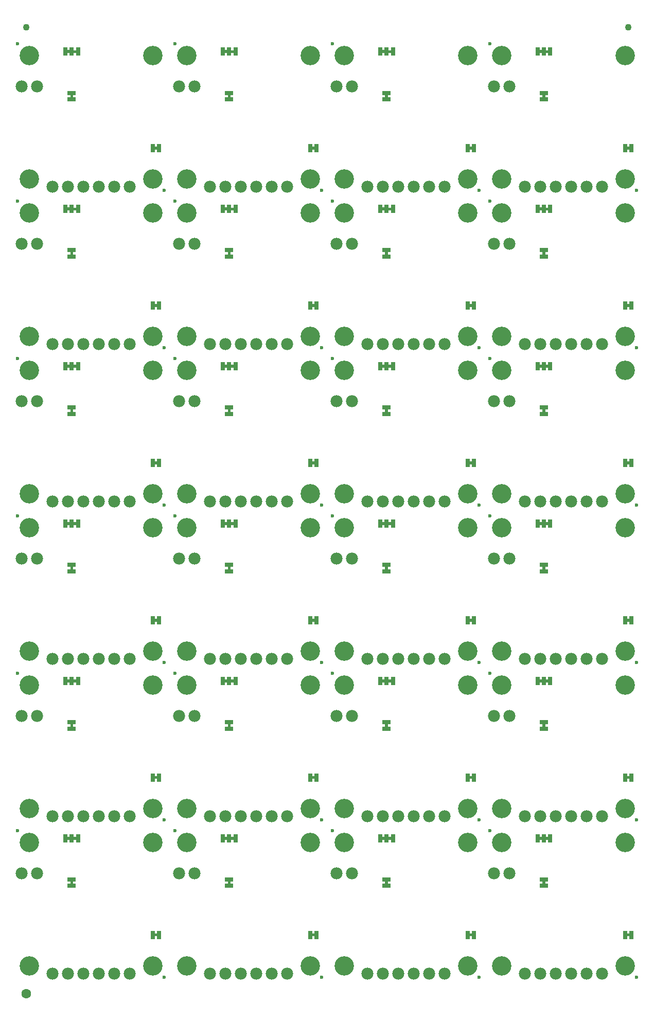
<source format=gbs>
%TF.GenerationSoftware,KiCad,Pcbnew,9.0.0*%
%TF.CreationDate,2025-05-07T13:20:37-06:00*%
%TF.ProjectId,SparkFun_AS7343_Qwiic_panelized,53706172-6b46-4756-9e5f-415337333433,v10*%
%TF.SameCoordinates,Original*%
%TF.FileFunction,Soldermask,Bot*%
%TF.FilePolarity,Negative*%
%FSLAX46Y46*%
G04 Gerber Fmt 4.6, Leading zero omitted, Abs format (unit mm)*
G04 Created by KiCad (PCBNEW 9.0.0) date 2025-05-07 13:20:37*
%MOMM*%
%LPD*%
G01*
G04 APERTURE LIST*
G04 Aperture macros list*
%AMRoundRect*
0 Rectangle with rounded corners*
0 $1 Rounding radius*
0 $2 $3 $4 $5 $6 $7 $8 $9 X,Y pos of 4 corners*
0 Add a 4 corners polygon primitive as box body*
4,1,4,$2,$3,$4,$5,$6,$7,$8,$9,$2,$3,0*
0 Add four circle primitives for the rounded corners*
1,1,$1+$1,$2,$3*
1,1,$1+$1,$4,$5*
1,1,$1+$1,$6,$7*
1,1,$1+$1,$8,$9*
0 Add four rect primitives between the rounded corners*
20,1,$1+$1,$2,$3,$4,$5,0*
20,1,$1+$1,$4,$5,$6,$7,0*
20,1,$1+$1,$6,$7,$8,$9,0*
20,1,$1+$1,$8,$9,$2,$3,0*%
G04 Aperture macros list end*
%ADD10C,0.000000*%
%ADD11C,1.100000*%
%ADD12C,1.600000*%
%ADD13RoundRect,0.050000X0.635000X-0.330200X0.635000X0.330200X-0.635000X0.330200X-0.635000X-0.330200X0*%
%ADD14C,0.600000*%
%ADD15RoundRect,0.050000X0.330200X0.635000X-0.330200X0.635000X-0.330200X-0.635000X0.330200X-0.635000X0*%
%ADD16RoundRect,0.050000X-0.330200X-0.635000X0.330200X-0.635000X0.330200X0.635000X-0.330200X0.635000X0*%
%ADD17C,3.200000*%
%ADD18C,1.979600*%
G04 APERTURE END LIST*
D10*
%TO.C,JP3*%
G36*
X87465500Y145438500D02*
G01*
X86984500Y145438500D01*
X86984500Y145946500D01*
X87465500Y145946500D01*
X87465500Y145438500D01*
G37*
G36*
X87465500Y119538500D02*
G01*
X86984500Y119538500D01*
X86984500Y120046500D01*
X87465500Y120046500D01*
X87465500Y119538500D01*
G37*
G36*
X87465500Y93638500D02*
G01*
X86984500Y93638500D01*
X86984500Y94146500D01*
X87465500Y94146500D01*
X87465500Y93638500D01*
G37*
G36*
X87465500Y67738500D02*
G01*
X86984500Y67738500D01*
X86984500Y68246500D01*
X87465500Y68246500D01*
X87465500Y67738500D01*
G37*
G36*
X87465500Y41838500D02*
G01*
X86984500Y41838500D01*
X86984500Y42346500D01*
X87465500Y42346500D01*
X87465500Y41838500D01*
G37*
G36*
X87465500Y15938500D02*
G01*
X86984500Y15938500D01*
X86984500Y16446500D01*
X87465500Y16446500D01*
X87465500Y15938500D01*
G37*
G36*
X61565500Y145438500D02*
G01*
X61084500Y145438500D01*
X61084500Y145946500D01*
X61565500Y145946500D01*
X61565500Y145438500D01*
G37*
G36*
X61565500Y119538500D02*
G01*
X61084500Y119538500D01*
X61084500Y120046500D01*
X61565500Y120046500D01*
X61565500Y119538500D01*
G37*
G36*
X61565500Y93638500D02*
G01*
X61084500Y93638500D01*
X61084500Y94146500D01*
X61565500Y94146500D01*
X61565500Y93638500D01*
G37*
G36*
X61565500Y67738500D02*
G01*
X61084500Y67738500D01*
X61084500Y68246500D01*
X61565500Y68246500D01*
X61565500Y67738500D01*
G37*
G36*
X61565500Y41838500D02*
G01*
X61084500Y41838500D01*
X61084500Y42346500D01*
X61565500Y42346500D01*
X61565500Y41838500D01*
G37*
G36*
X61565500Y15938500D02*
G01*
X61084500Y15938500D01*
X61084500Y16446500D01*
X61565500Y16446500D01*
X61565500Y15938500D01*
G37*
G36*
X35665500Y145438500D02*
G01*
X35184500Y145438500D01*
X35184500Y145946500D01*
X35665500Y145946500D01*
X35665500Y145438500D01*
G37*
G36*
X35665500Y119538500D02*
G01*
X35184500Y119538500D01*
X35184500Y120046500D01*
X35665500Y120046500D01*
X35665500Y119538500D01*
G37*
G36*
X35665500Y93638500D02*
G01*
X35184500Y93638500D01*
X35184500Y94146500D01*
X35665500Y94146500D01*
X35665500Y93638500D01*
G37*
G36*
X35665500Y67738500D02*
G01*
X35184500Y67738500D01*
X35184500Y68246500D01*
X35665500Y68246500D01*
X35665500Y67738500D01*
G37*
G36*
X35665500Y41838500D02*
G01*
X35184500Y41838500D01*
X35184500Y42346500D01*
X35665500Y42346500D01*
X35665500Y41838500D01*
G37*
G36*
X35665500Y15938500D02*
G01*
X35184500Y15938500D01*
X35184500Y16446500D01*
X35665500Y16446500D01*
X35665500Y15938500D01*
G37*
G36*
X9765500Y145438500D02*
G01*
X9284500Y145438500D01*
X9284500Y145946500D01*
X9765500Y145946500D01*
X9765500Y145438500D01*
G37*
G36*
X9765500Y119538500D02*
G01*
X9284500Y119538500D01*
X9284500Y120046500D01*
X9765500Y120046500D01*
X9765500Y119538500D01*
G37*
G36*
X9765500Y93638500D02*
G01*
X9284500Y93638500D01*
X9284500Y94146500D01*
X9765500Y94146500D01*
X9765500Y93638500D01*
G37*
G36*
X9765500Y67738500D02*
G01*
X9284500Y67738500D01*
X9284500Y68246500D01*
X9765500Y68246500D01*
X9765500Y67738500D01*
G37*
G36*
X9765500Y41838500D02*
G01*
X9284500Y41838500D01*
X9284500Y42346500D01*
X9765500Y42346500D01*
X9765500Y41838500D01*
G37*
%TO.C,JP1*%
G36*
X101322000Y136879500D02*
G01*
X100814000Y136879500D01*
X100814000Y137360500D01*
X101322000Y137360500D01*
X101322000Y136879500D01*
G37*
G36*
X101322000Y110979500D02*
G01*
X100814000Y110979500D01*
X100814000Y111460500D01*
X101322000Y111460500D01*
X101322000Y110979500D01*
G37*
G36*
X101322000Y85079500D02*
G01*
X100814000Y85079500D01*
X100814000Y85560500D01*
X101322000Y85560500D01*
X101322000Y85079500D01*
G37*
G36*
X101322000Y59179500D02*
G01*
X100814000Y59179500D01*
X100814000Y59660500D01*
X101322000Y59660500D01*
X101322000Y59179500D01*
G37*
G36*
X101322000Y33279500D02*
G01*
X100814000Y33279500D01*
X100814000Y33760500D01*
X101322000Y33760500D01*
X101322000Y33279500D01*
G37*
G36*
X101322000Y7379500D02*
G01*
X100814000Y7379500D01*
X100814000Y7860500D01*
X101322000Y7860500D01*
X101322000Y7379500D01*
G37*
G36*
X75422000Y136879500D02*
G01*
X74914000Y136879500D01*
X74914000Y137360500D01*
X75422000Y137360500D01*
X75422000Y136879500D01*
G37*
G36*
X75422000Y110979500D02*
G01*
X74914000Y110979500D01*
X74914000Y111460500D01*
X75422000Y111460500D01*
X75422000Y110979500D01*
G37*
G36*
X75422000Y85079500D02*
G01*
X74914000Y85079500D01*
X74914000Y85560500D01*
X75422000Y85560500D01*
X75422000Y85079500D01*
G37*
G36*
X75422000Y59179500D02*
G01*
X74914000Y59179500D01*
X74914000Y59660500D01*
X75422000Y59660500D01*
X75422000Y59179500D01*
G37*
G36*
X75422000Y33279500D02*
G01*
X74914000Y33279500D01*
X74914000Y33760500D01*
X75422000Y33760500D01*
X75422000Y33279500D01*
G37*
G36*
X75422000Y7379500D02*
G01*
X74914000Y7379500D01*
X74914000Y7860500D01*
X75422000Y7860500D01*
X75422000Y7379500D01*
G37*
G36*
X49522000Y136879500D02*
G01*
X49014000Y136879500D01*
X49014000Y137360500D01*
X49522000Y137360500D01*
X49522000Y136879500D01*
G37*
G36*
X49522000Y110979500D02*
G01*
X49014000Y110979500D01*
X49014000Y111460500D01*
X49522000Y111460500D01*
X49522000Y110979500D01*
G37*
G36*
X49522000Y85079500D02*
G01*
X49014000Y85079500D01*
X49014000Y85560500D01*
X49522000Y85560500D01*
X49522000Y85079500D01*
G37*
G36*
X49522000Y59179500D02*
G01*
X49014000Y59179500D01*
X49014000Y59660500D01*
X49522000Y59660500D01*
X49522000Y59179500D01*
G37*
G36*
X49522000Y33279500D02*
G01*
X49014000Y33279500D01*
X49014000Y33760500D01*
X49522000Y33760500D01*
X49522000Y33279500D01*
G37*
G36*
X49522000Y7379500D02*
G01*
X49014000Y7379500D01*
X49014000Y7860500D01*
X49522000Y7860500D01*
X49522000Y7379500D01*
G37*
G36*
X23622000Y136879500D02*
G01*
X23114000Y136879500D01*
X23114000Y137360500D01*
X23622000Y137360500D01*
X23622000Y136879500D01*
G37*
G36*
X23622000Y110979500D02*
G01*
X23114000Y110979500D01*
X23114000Y111460500D01*
X23622000Y111460500D01*
X23622000Y110979500D01*
G37*
G36*
X23622000Y85079500D02*
G01*
X23114000Y85079500D01*
X23114000Y85560500D01*
X23622000Y85560500D01*
X23622000Y85079500D01*
G37*
G36*
X23622000Y59179500D02*
G01*
X23114000Y59179500D01*
X23114000Y59660500D01*
X23622000Y59660500D01*
X23622000Y59179500D01*
G37*
G36*
X23622000Y33279500D02*
G01*
X23114000Y33279500D01*
X23114000Y33760500D01*
X23622000Y33760500D01*
X23622000Y33279500D01*
G37*
%TO.C,JP2*%
G36*
X86967000Y152777500D02*
G01*
X86459000Y152777500D01*
X86459000Y153258500D01*
X86967000Y153258500D01*
X86967000Y152777500D01*
G37*
G36*
X87999700Y152754500D02*
G01*
X87491700Y152754500D01*
X87491700Y153235500D01*
X87999700Y153235500D01*
X87999700Y152754500D01*
G37*
G36*
X86967000Y126877500D02*
G01*
X86459000Y126877500D01*
X86459000Y127358500D01*
X86967000Y127358500D01*
X86967000Y126877500D01*
G37*
G36*
X87999700Y126854500D02*
G01*
X87491700Y126854500D01*
X87491700Y127335500D01*
X87999700Y127335500D01*
X87999700Y126854500D01*
G37*
G36*
X86967000Y100977500D02*
G01*
X86459000Y100977500D01*
X86459000Y101458500D01*
X86967000Y101458500D01*
X86967000Y100977500D01*
G37*
G36*
X87999700Y100954500D02*
G01*
X87491700Y100954500D01*
X87491700Y101435500D01*
X87999700Y101435500D01*
X87999700Y100954500D01*
G37*
G36*
X86967000Y75077500D02*
G01*
X86459000Y75077500D01*
X86459000Y75558500D01*
X86967000Y75558500D01*
X86967000Y75077500D01*
G37*
G36*
X87999700Y75054500D02*
G01*
X87491700Y75054500D01*
X87491700Y75535500D01*
X87999700Y75535500D01*
X87999700Y75054500D01*
G37*
G36*
X86967000Y49177500D02*
G01*
X86459000Y49177500D01*
X86459000Y49658500D01*
X86967000Y49658500D01*
X86967000Y49177500D01*
G37*
G36*
X87999700Y49154500D02*
G01*
X87491700Y49154500D01*
X87491700Y49635500D01*
X87999700Y49635500D01*
X87999700Y49154500D01*
G37*
G36*
X86967000Y23277500D02*
G01*
X86459000Y23277500D01*
X86459000Y23758500D01*
X86967000Y23758500D01*
X86967000Y23277500D01*
G37*
G36*
X87999700Y23254500D02*
G01*
X87491700Y23254500D01*
X87491700Y23735500D01*
X87999700Y23735500D01*
X87999700Y23254500D01*
G37*
G36*
X61067000Y152777500D02*
G01*
X60559000Y152777500D01*
X60559000Y153258500D01*
X61067000Y153258500D01*
X61067000Y152777500D01*
G37*
G36*
X62099700Y152754500D02*
G01*
X61591700Y152754500D01*
X61591700Y153235500D01*
X62099700Y153235500D01*
X62099700Y152754500D01*
G37*
G36*
X61067000Y126877500D02*
G01*
X60559000Y126877500D01*
X60559000Y127358500D01*
X61067000Y127358500D01*
X61067000Y126877500D01*
G37*
G36*
X62099700Y126854500D02*
G01*
X61591700Y126854500D01*
X61591700Y127335500D01*
X62099700Y127335500D01*
X62099700Y126854500D01*
G37*
G36*
X61067000Y100977500D02*
G01*
X60559000Y100977500D01*
X60559000Y101458500D01*
X61067000Y101458500D01*
X61067000Y100977500D01*
G37*
G36*
X62099700Y100954500D02*
G01*
X61591700Y100954500D01*
X61591700Y101435500D01*
X62099700Y101435500D01*
X62099700Y100954500D01*
G37*
G36*
X61067000Y75077500D02*
G01*
X60559000Y75077500D01*
X60559000Y75558500D01*
X61067000Y75558500D01*
X61067000Y75077500D01*
G37*
G36*
X62099700Y75054500D02*
G01*
X61591700Y75054500D01*
X61591700Y75535500D01*
X62099700Y75535500D01*
X62099700Y75054500D01*
G37*
G36*
X61067000Y49177500D02*
G01*
X60559000Y49177500D01*
X60559000Y49658500D01*
X61067000Y49658500D01*
X61067000Y49177500D01*
G37*
G36*
X62099700Y49154500D02*
G01*
X61591700Y49154500D01*
X61591700Y49635500D01*
X62099700Y49635500D01*
X62099700Y49154500D01*
G37*
G36*
X61067000Y23277500D02*
G01*
X60559000Y23277500D01*
X60559000Y23758500D01*
X61067000Y23758500D01*
X61067000Y23277500D01*
G37*
G36*
X62099700Y23254500D02*
G01*
X61591700Y23254500D01*
X61591700Y23735500D01*
X62099700Y23735500D01*
X62099700Y23254500D01*
G37*
G36*
X35167000Y152777500D02*
G01*
X34659000Y152777500D01*
X34659000Y153258500D01*
X35167000Y153258500D01*
X35167000Y152777500D01*
G37*
G36*
X36199700Y152754500D02*
G01*
X35691700Y152754500D01*
X35691700Y153235500D01*
X36199700Y153235500D01*
X36199700Y152754500D01*
G37*
G36*
X35167000Y126877500D02*
G01*
X34659000Y126877500D01*
X34659000Y127358500D01*
X35167000Y127358500D01*
X35167000Y126877500D01*
G37*
G36*
X36199700Y126854500D02*
G01*
X35691700Y126854500D01*
X35691700Y127335500D01*
X36199700Y127335500D01*
X36199700Y126854500D01*
G37*
G36*
X35167000Y100977500D02*
G01*
X34659000Y100977500D01*
X34659000Y101458500D01*
X35167000Y101458500D01*
X35167000Y100977500D01*
G37*
G36*
X36199700Y100954500D02*
G01*
X35691700Y100954500D01*
X35691700Y101435500D01*
X36199700Y101435500D01*
X36199700Y100954500D01*
G37*
G36*
X35167000Y75077500D02*
G01*
X34659000Y75077500D01*
X34659000Y75558500D01*
X35167000Y75558500D01*
X35167000Y75077500D01*
G37*
G36*
X36199700Y75054500D02*
G01*
X35691700Y75054500D01*
X35691700Y75535500D01*
X36199700Y75535500D01*
X36199700Y75054500D01*
G37*
G36*
X35167000Y49177500D02*
G01*
X34659000Y49177500D01*
X34659000Y49658500D01*
X35167000Y49658500D01*
X35167000Y49177500D01*
G37*
G36*
X36199700Y49154500D02*
G01*
X35691700Y49154500D01*
X35691700Y49635500D01*
X36199700Y49635500D01*
X36199700Y49154500D01*
G37*
G36*
X35167000Y23277500D02*
G01*
X34659000Y23277500D01*
X34659000Y23758500D01*
X35167000Y23758500D01*
X35167000Y23277500D01*
G37*
G36*
X36199700Y23254500D02*
G01*
X35691700Y23254500D01*
X35691700Y23735500D01*
X36199700Y23735500D01*
X36199700Y23254500D01*
G37*
G36*
X9267000Y152777500D02*
G01*
X8759000Y152777500D01*
X8759000Y153258500D01*
X9267000Y153258500D01*
X9267000Y152777500D01*
G37*
G36*
X10299700Y152754500D02*
G01*
X9791700Y152754500D01*
X9791700Y153235500D01*
X10299700Y153235500D01*
X10299700Y152754500D01*
G37*
G36*
X9267000Y126877500D02*
G01*
X8759000Y126877500D01*
X8759000Y127358500D01*
X9267000Y127358500D01*
X9267000Y126877500D01*
G37*
G36*
X10299700Y126854500D02*
G01*
X9791700Y126854500D01*
X9791700Y127335500D01*
X10299700Y127335500D01*
X10299700Y126854500D01*
G37*
G36*
X9267000Y100977500D02*
G01*
X8759000Y100977500D01*
X8759000Y101458500D01*
X9267000Y101458500D01*
X9267000Y100977500D01*
G37*
G36*
X10299700Y100954500D02*
G01*
X9791700Y100954500D01*
X9791700Y101435500D01*
X10299700Y101435500D01*
X10299700Y100954500D01*
G37*
G36*
X9267000Y75077500D02*
G01*
X8759000Y75077500D01*
X8759000Y75558500D01*
X9267000Y75558500D01*
X9267000Y75077500D01*
G37*
G36*
X10299700Y75054500D02*
G01*
X9791700Y75054500D01*
X9791700Y75535500D01*
X10299700Y75535500D01*
X10299700Y75054500D01*
G37*
G36*
X9267000Y49177500D02*
G01*
X8759000Y49177500D01*
X8759000Y49658500D01*
X9267000Y49658500D01*
X9267000Y49177500D01*
G37*
G36*
X10299700Y49154500D02*
G01*
X9791700Y49154500D01*
X9791700Y49635500D01*
X10299700Y49635500D01*
X10299700Y49154500D01*
G37*
G36*
X9267000Y23277500D02*
G01*
X8759000Y23277500D01*
X8759000Y23758500D01*
X9267000Y23758500D01*
X9267000Y23277500D01*
G37*
G36*
X10299700Y23254500D02*
G01*
X9791700Y23254500D01*
X9791700Y23735500D01*
X10299700Y23735500D01*
X10299700Y23254500D01*
G37*
%TO.C,JP1*%
G36*
X23622000Y7379500D02*
G01*
X23114000Y7379500D01*
X23114000Y7860500D01*
X23622000Y7860500D01*
X23622000Y7379500D01*
G37*
%TO.C,JP3*%
G36*
X9765500Y15938500D02*
G01*
X9284500Y15938500D01*
X9284500Y16446500D01*
X9765500Y16446500D01*
X9765500Y15938500D01*
G37*
%TD*%
D11*
%TO.C,*%
X101100000Y156987500D03*
%TD*%
%TO.C,*%
X2000000Y156987500D03*
%TD*%
D12*
%TO.C,*%
X2000000Y-2087500D03*
%TD*%
D13*
%TO.C,JP3*%
X87225000Y145171800D03*
X87225000Y146213200D03*
%TD*%
%TO.C,JP3*%
X87225000Y119271800D03*
X87225000Y120313200D03*
%TD*%
%TO.C,JP3*%
X87225000Y93371800D03*
X87225000Y94413200D03*
%TD*%
%TO.C,JP3*%
X87225000Y67471800D03*
X87225000Y68513200D03*
%TD*%
%TO.C,JP3*%
X87225000Y41571800D03*
X87225000Y42613200D03*
%TD*%
%TO.C,JP3*%
X87225000Y15671800D03*
X87225000Y16713200D03*
%TD*%
%TO.C,JP3*%
X61325000Y145171800D03*
X61325000Y146213200D03*
%TD*%
%TO.C,JP3*%
X61325000Y119271800D03*
X61325000Y120313200D03*
%TD*%
%TO.C,JP3*%
X61325000Y93371800D03*
X61325000Y94413200D03*
%TD*%
%TO.C,JP3*%
X61325000Y67471800D03*
X61325000Y68513200D03*
%TD*%
%TO.C,JP3*%
X61325000Y41571800D03*
X61325000Y42613200D03*
%TD*%
%TO.C,JP3*%
X61325000Y15671800D03*
X61325000Y16713200D03*
%TD*%
%TO.C,JP3*%
X35425000Y145171800D03*
X35425000Y146213200D03*
%TD*%
%TO.C,JP3*%
X35425000Y119271800D03*
X35425000Y120313200D03*
%TD*%
%TO.C,JP3*%
X35425000Y93371800D03*
X35425000Y94413200D03*
%TD*%
%TO.C,JP3*%
X35425000Y67471800D03*
X35425000Y68513200D03*
%TD*%
%TO.C,JP3*%
X35425000Y41571800D03*
X35425000Y42613200D03*
%TD*%
%TO.C,JP3*%
X35425000Y15671800D03*
X35425000Y16713200D03*
%TD*%
%TO.C,JP3*%
X9525000Y145171800D03*
X9525000Y146213200D03*
%TD*%
%TO.C,JP3*%
X9525000Y119271800D03*
X9525000Y120313200D03*
%TD*%
%TO.C,JP3*%
X9525000Y93371800D03*
X9525000Y94413200D03*
%TD*%
%TO.C,JP3*%
X9525000Y67471800D03*
X9525000Y68513200D03*
%TD*%
%TO.C,JP3*%
X9525000Y41571800D03*
X9525000Y42613200D03*
%TD*%
D14*
%TO.C,FID1*%
X102465000Y130135000D03*
%TD*%
%TO.C,FID1*%
X102465000Y104235000D03*
%TD*%
%TO.C,FID1*%
X102465000Y78335000D03*
%TD*%
%TO.C,FID1*%
X102465000Y52435000D03*
%TD*%
%TO.C,FID1*%
X102465000Y26535000D03*
%TD*%
%TO.C,FID1*%
X102465000Y635000D03*
%TD*%
%TO.C,FID1*%
X76565000Y130135000D03*
%TD*%
%TO.C,FID1*%
X76565000Y104235000D03*
%TD*%
%TO.C,FID1*%
X76565000Y78335000D03*
%TD*%
%TO.C,FID1*%
X76565000Y52435000D03*
%TD*%
%TO.C,FID1*%
X76565000Y26535000D03*
%TD*%
%TO.C,FID1*%
X76565000Y635000D03*
%TD*%
%TO.C,FID1*%
X50665000Y130135000D03*
%TD*%
%TO.C,FID1*%
X50665000Y104235000D03*
%TD*%
%TO.C,FID1*%
X50665000Y78335000D03*
%TD*%
%TO.C,FID1*%
X50665000Y52435000D03*
%TD*%
%TO.C,FID1*%
X50665000Y26535000D03*
%TD*%
%TO.C,FID1*%
X50665000Y635000D03*
%TD*%
%TO.C,FID1*%
X24765000Y130135000D03*
%TD*%
%TO.C,FID1*%
X24765000Y104235000D03*
%TD*%
%TO.C,FID1*%
X24765000Y78335000D03*
%TD*%
%TO.C,FID1*%
X24765000Y52435000D03*
%TD*%
%TO.C,FID1*%
X24765000Y26535000D03*
%TD*%
%TO.C,FID2*%
X78335000Y154265000D03*
%TD*%
%TO.C,FID2*%
X78335000Y128365000D03*
%TD*%
%TO.C,FID2*%
X78335000Y102465000D03*
%TD*%
%TO.C,FID2*%
X78335000Y76565000D03*
%TD*%
%TO.C,FID2*%
X78335000Y50665000D03*
%TD*%
%TO.C,FID2*%
X78335000Y24765000D03*
%TD*%
%TO.C,FID2*%
X52435000Y154265000D03*
%TD*%
%TO.C,FID2*%
X52435000Y128365000D03*
%TD*%
%TO.C,FID2*%
X52435000Y102465000D03*
%TD*%
%TO.C,FID2*%
X52435000Y76565000D03*
%TD*%
%TO.C,FID2*%
X52435000Y50665000D03*
%TD*%
%TO.C,FID2*%
X52435000Y24765000D03*
%TD*%
%TO.C,FID2*%
X26535000Y154265000D03*
%TD*%
%TO.C,FID2*%
X26535000Y128365000D03*
%TD*%
%TO.C,FID2*%
X26535000Y102465000D03*
%TD*%
%TO.C,FID2*%
X26535000Y76565000D03*
%TD*%
%TO.C,FID2*%
X26535000Y50665000D03*
%TD*%
%TO.C,FID2*%
X26535000Y24765000D03*
%TD*%
%TO.C,FID2*%
X635000Y154265000D03*
%TD*%
%TO.C,FID2*%
X635000Y128365000D03*
%TD*%
%TO.C,FID2*%
X635000Y102465000D03*
%TD*%
%TO.C,FID2*%
X635000Y76565000D03*
%TD*%
%TO.C,FID2*%
X635000Y50665000D03*
%TD*%
D15*
%TO.C,JP1*%
X101588700Y137120000D03*
X100547300Y137120000D03*
%TD*%
%TO.C,JP1*%
X101588700Y111220000D03*
X100547300Y111220000D03*
%TD*%
%TO.C,JP1*%
X101588700Y85320000D03*
X100547300Y85320000D03*
%TD*%
%TO.C,JP1*%
X101588700Y59420000D03*
X100547300Y59420000D03*
%TD*%
%TO.C,JP1*%
X101588700Y33520000D03*
X100547300Y33520000D03*
%TD*%
%TO.C,JP1*%
X101588700Y7620000D03*
X100547300Y7620000D03*
%TD*%
%TO.C,JP1*%
X75688700Y137120000D03*
X74647300Y137120000D03*
%TD*%
%TO.C,JP1*%
X75688700Y111220000D03*
X74647300Y111220000D03*
%TD*%
%TO.C,JP1*%
X75688700Y85320000D03*
X74647300Y85320000D03*
%TD*%
%TO.C,JP1*%
X75688700Y59420000D03*
X74647300Y59420000D03*
%TD*%
%TO.C,JP1*%
X75688700Y33520000D03*
X74647300Y33520000D03*
%TD*%
%TO.C,JP1*%
X75688700Y7620000D03*
X74647300Y7620000D03*
%TD*%
%TO.C,JP1*%
X49788700Y137120000D03*
X48747300Y137120000D03*
%TD*%
%TO.C,JP1*%
X49788700Y111220000D03*
X48747300Y111220000D03*
%TD*%
%TO.C,JP1*%
X49788700Y85320000D03*
X48747300Y85320000D03*
%TD*%
%TO.C,JP1*%
X49788700Y59420000D03*
X48747300Y59420000D03*
%TD*%
%TO.C,JP1*%
X49788700Y33520000D03*
X48747300Y33520000D03*
%TD*%
%TO.C,JP1*%
X49788700Y7620000D03*
X48747300Y7620000D03*
%TD*%
%TO.C,JP1*%
X23888700Y137120000D03*
X22847300Y137120000D03*
%TD*%
%TO.C,JP1*%
X23888700Y111220000D03*
X22847300Y111220000D03*
%TD*%
%TO.C,JP1*%
X23888700Y85320000D03*
X22847300Y85320000D03*
%TD*%
%TO.C,JP1*%
X23888700Y59420000D03*
X22847300Y59420000D03*
%TD*%
%TO.C,JP1*%
X23888700Y33520000D03*
X22847300Y33520000D03*
%TD*%
%TO.C,JP2*%
X88266400Y152995000D03*
X87225000Y152995000D03*
D16*
X86183600Y152995000D03*
%TD*%
D15*
%TO.C,JP2*%
X88266400Y127095000D03*
X87225000Y127095000D03*
D16*
X86183600Y127095000D03*
%TD*%
D15*
%TO.C,JP2*%
X88266400Y101195000D03*
X87225000Y101195000D03*
D16*
X86183600Y101195000D03*
%TD*%
D15*
%TO.C,JP2*%
X88266400Y75295000D03*
X87225000Y75295000D03*
D16*
X86183600Y75295000D03*
%TD*%
D15*
%TO.C,JP2*%
X88266400Y49395000D03*
X87225000Y49395000D03*
D16*
X86183600Y49395000D03*
%TD*%
D15*
%TO.C,JP2*%
X88266400Y23495000D03*
X87225000Y23495000D03*
D16*
X86183600Y23495000D03*
%TD*%
D15*
%TO.C,JP2*%
X62366400Y152995000D03*
X61325000Y152995000D03*
D16*
X60283600Y152995000D03*
%TD*%
D15*
%TO.C,JP2*%
X62366400Y127095000D03*
X61325000Y127095000D03*
D16*
X60283600Y127095000D03*
%TD*%
D15*
%TO.C,JP2*%
X62366400Y101195000D03*
X61325000Y101195000D03*
D16*
X60283600Y101195000D03*
%TD*%
D15*
%TO.C,JP2*%
X62366400Y75295000D03*
X61325000Y75295000D03*
D16*
X60283600Y75295000D03*
%TD*%
D15*
%TO.C,JP2*%
X62366400Y49395000D03*
X61325000Y49395000D03*
D16*
X60283600Y49395000D03*
%TD*%
D15*
%TO.C,JP2*%
X62366400Y23495000D03*
X61325000Y23495000D03*
D16*
X60283600Y23495000D03*
%TD*%
D15*
%TO.C,JP2*%
X36466400Y152995000D03*
X35425000Y152995000D03*
D16*
X34383600Y152995000D03*
%TD*%
D15*
%TO.C,JP2*%
X36466400Y127095000D03*
X35425000Y127095000D03*
D16*
X34383600Y127095000D03*
%TD*%
D15*
%TO.C,JP2*%
X36466400Y101195000D03*
X35425000Y101195000D03*
D16*
X34383600Y101195000D03*
%TD*%
D15*
%TO.C,JP2*%
X36466400Y75295000D03*
X35425000Y75295000D03*
D16*
X34383600Y75295000D03*
%TD*%
D15*
%TO.C,JP2*%
X36466400Y49395000D03*
X35425000Y49395000D03*
D16*
X34383600Y49395000D03*
%TD*%
D15*
%TO.C,JP2*%
X36466400Y23495000D03*
X35425000Y23495000D03*
D16*
X34383600Y23495000D03*
%TD*%
D15*
%TO.C,JP2*%
X10566400Y152995000D03*
X9525000Y152995000D03*
D16*
X8483600Y152995000D03*
%TD*%
D15*
%TO.C,JP2*%
X10566400Y127095000D03*
X9525000Y127095000D03*
D16*
X8483600Y127095000D03*
%TD*%
D15*
%TO.C,JP2*%
X10566400Y101195000D03*
X9525000Y101195000D03*
D16*
X8483600Y101195000D03*
%TD*%
D15*
%TO.C,JP2*%
X10566400Y75295000D03*
X9525000Y75295000D03*
D16*
X8483600Y75295000D03*
%TD*%
D15*
%TO.C,JP2*%
X10566400Y49395000D03*
X9525000Y49395000D03*
D16*
X8483600Y49395000D03*
%TD*%
D17*
%TO.C,ST4*%
X80240000Y132040000D03*
%TD*%
%TO.C,ST4*%
X80240000Y106140000D03*
%TD*%
%TO.C,ST4*%
X80240000Y80240000D03*
%TD*%
%TO.C,ST4*%
X80240000Y54340000D03*
%TD*%
%TO.C,ST4*%
X80240000Y28440000D03*
%TD*%
%TO.C,ST4*%
X80240000Y2540000D03*
%TD*%
%TO.C,ST4*%
X54340000Y132040000D03*
%TD*%
%TO.C,ST4*%
X54340000Y106140000D03*
%TD*%
%TO.C,ST4*%
X54340000Y80240000D03*
%TD*%
%TO.C,ST4*%
X54340000Y54340000D03*
%TD*%
%TO.C,ST4*%
X54340000Y28440000D03*
%TD*%
%TO.C,ST4*%
X54340000Y2540000D03*
%TD*%
%TO.C,ST4*%
X28440000Y132040000D03*
%TD*%
%TO.C,ST4*%
X28440000Y106140000D03*
%TD*%
%TO.C,ST4*%
X28440000Y80240000D03*
%TD*%
%TO.C,ST4*%
X28440000Y54340000D03*
%TD*%
%TO.C,ST4*%
X28440000Y28440000D03*
%TD*%
%TO.C,ST4*%
X28440000Y2540000D03*
%TD*%
%TO.C,ST4*%
X2540000Y132040000D03*
%TD*%
%TO.C,ST4*%
X2540000Y106140000D03*
%TD*%
%TO.C,ST4*%
X2540000Y80240000D03*
%TD*%
%TO.C,ST4*%
X2540000Y54340000D03*
%TD*%
%TO.C,ST4*%
X2540000Y28440000D03*
%TD*%
D18*
%TO.C,D3*%
X81510000Y147280000D03*
X78970000Y147280000D03*
%TD*%
%TO.C,D3*%
X81510000Y121380000D03*
X78970000Y121380000D03*
%TD*%
%TO.C,D3*%
X81510000Y95480000D03*
X78970000Y95480000D03*
%TD*%
%TO.C,D3*%
X81510000Y69580000D03*
X78970000Y69580000D03*
%TD*%
%TO.C,D3*%
X81510000Y43680000D03*
X78970000Y43680000D03*
%TD*%
%TO.C,D3*%
X81510000Y17780000D03*
X78970000Y17780000D03*
%TD*%
%TO.C,D3*%
X55610000Y147280000D03*
X53070000Y147280000D03*
%TD*%
%TO.C,D3*%
X55610000Y121380000D03*
X53070000Y121380000D03*
%TD*%
%TO.C,D3*%
X55610000Y95480000D03*
X53070000Y95480000D03*
%TD*%
%TO.C,D3*%
X55610000Y69580000D03*
X53070000Y69580000D03*
%TD*%
%TO.C,D3*%
X55610000Y43680000D03*
X53070000Y43680000D03*
%TD*%
%TO.C,D3*%
X55610000Y17780000D03*
X53070000Y17780000D03*
%TD*%
%TO.C,D3*%
X29710000Y147280000D03*
X27170000Y147280000D03*
%TD*%
%TO.C,D3*%
X29710000Y121380000D03*
X27170000Y121380000D03*
%TD*%
%TO.C,D3*%
X29710000Y95480000D03*
X27170000Y95480000D03*
%TD*%
%TO.C,D3*%
X29710000Y69580000D03*
X27170000Y69580000D03*
%TD*%
%TO.C,D3*%
X29710000Y43680000D03*
X27170000Y43680000D03*
%TD*%
%TO.C,D3*%
X29710000Y17780000D03*
X27170000Y17780000D03*
%TD*%
%TO.C,D3*%
X3810000Y147280000D03*
X1270000Y147280000D03*
%TD*%
%TO.C,D3*%
X3810000Y121380000D03*
X1270000Y121380000D03*
%TD*%
%TO.C,D3*%
X3810000Y95480000D03*
X1270000Y95480000D03*
%TD*%
%TO.C,D3*%
X3810000Y69580000D03*
X1270000Y69580000D03*
%TD*%
%TO.C,D3*%
X3810000Y43680000D03*
X1270000Y43680000D03*
%TD*%
D17*
%TO.C,ST1*%
X80240000Y152360000D03*
%TD*%
%TO.C,ST1*%
X80240000Y126460000D03*
%TD*%
%TO.C,ST1*%
X80240000Y100560000D03*
%TD*%
%TO.C,ST1*%
X80240000Y74660000D03*
%TD*%
%TO.C,ST1*%
X80240000Y48760000D03*
%TD*%
%TO.C,ST1*%
X80240000Y22860000D03*
%TD*%
%TO.C,ST1*%
X54340000Y152360000D03*
%TD*%
%TO.C,ST1*%
X54340000Y126460000D03*
%TD*%
%TO.C,ST1*%
X54340000Y100560000D03*
%TD*%
%TO.C,ST1*%
X54340000Y74660000D03*
%TD*%
%TO.C,ST1*%
X54340000Y48760000D03*
%TD*%
%TO.C,ST1*%
X54340000Y22860000D03*
%TD*%
%TO.C,ST1*%
X28440000Y152360000D03*
%TD*%
%TO.C,ST1*%
X28440000Y126460000D03*
%TD*%
%TO.C,ST1*%
X28440000Y100560000D03*
%TD*%
%TO.C,ST1*%
X28440000Y74660000D03*
%TD*%
%TO.C,ST1*%
X28440000Y48760000D03*
%TD*%
%TO.C,ST1*%
X28440000Y22860000D03*
%TD*%
%TO.C,ST1*%
X2540000Y152360000D03*
%TD*%
%TO.C,ST1*%
X2540000Y126460000D03*
%TD*%
%TO.C,ST1*%
X2540000Y100560000D03*
%TD*%
%TO.C,ST1*%
X2540000Y74660000D03*
%TD*%
%TO.C,ST1*%
X2540000Y48760000D03*
%TD*%
%TO.C,ST2*%
X100560000Y152360000D03*
%TD*%
%TO.C,ST2*%
X100560000Y126460000D03*
%TD*%
%TO.C,ST2*%
X100560000Y100560000D03*
%TD*%
%TO.C,ST2*%
X100560000Y74660000D03*
%TD*%
%TO.C,ST2*%
X100560000Y48760000D03*
%TD*%
%TO.C,ST2*%
X100560000Y22860000D03*
%TD*%
%TO.C,ST2*%
X74660000Y152360000D03*
%TD*%
%TO.C,ST2*%
X74660000Y126460000D03*
%TD*%
%TO.C,ST2*%
X74660000Y100560000D03*
%TD*%
%TO.C,ST2*%
X74660000Y74660000D03*
%TD*%
%TO.C,ST2*%
X74660000Y48760000D03*
%TD*%
%TO.C,ST2*%
X74660000Y22860000D03*
%TD*%
%TO.C,ST2*%
X48760000Y152360000D03*
%TD*%
%TO.C,ST2*%
X48760000Y126460000D03*
%TD*%
%TO.C,ST2*%
X48760000Y100560000D03*
%TD*%
%TO.C,ST2*%
X48760000Y74660000D03*
%TD*%
%TO.C,ST2*%
X48760000Y48760000D03*
%TD*%
%TO.C,ST2*%
X48760000Y22860000D03*
%TD*%
%TO.C,ST2*%
X22860000Y152360000D03*
%TD*%
%TO.C,ST2*%
X22860000Y126460000D03*
%TD*%
%TO.C,ST2*%
X22860000Y100560000D03*
%TD*%
%TO.C,ST2*%
X22860000Y74660000D03*
%TD*%
%TO.C,ST2*%
X22860000Y48760000D03*
%TD*%
%TO.C,ST3*%
X100560000Y132040000D03*
%TD*%
%TO.C,ST3*%
X100560000Y106140000D03*
%TD*%
%TO.C,ST3*%
X100560000Y80240000D03*
%TD*%
%TO.C,ST3*%
X100560000Y54340000D03*
%TD*%
%TO.C,ST3*%
X100560000Y28440000D03*
%TD*%
%TO.C,ST3*%
X100560000Y2540000D03*
%TD*%
%TO.C,ST3*%
X74660000Y132040000D03*
%TD*%
%TO.C,ST3*%
X74660000Y106140000D03*
%TD*%
%TO.C,ST3*%
X74660000Y80240000D03*
%TD*%
%TO.C,ST3*%
X74660000Y54340000D03*
%TD*%
%TO.C,ST3*%
X74660000Y28440000D03*
%TD*%
%TO.C,ST3*%
X74660000Y2540000D03*
%TD*%
%TO.C,ST3*%
X48760000Y132040000D03*
%TD*%
%TO.C,ST3*%
X48760000Y106140000D03*
%TD*%
%TO.C,ST3*%
X48760000Y80240000D03*
%TD*%
%TO.C,ST3*%
X48760000Y54340000D03*
%TD*%
%TO.C,ST3*%
X48760000Y28440000D03*
%TD*%
%TO.C,ST3*%
X48760000Y2540000D03*
%TD*%
%TO.C,ST3*%
X22860000Y132040000D03*
%TD*%
%TO.C,ST3*%
X22860000Y106140000D03*
%TD*%
%TO.C,ST3*%
X22860000Y80240000D03*
%TD*%
%TO.C,ST3*%
X22860000Y54340000D03*
%TD*%
%TO.C,ST3*%
X22860000Y28440000D03*
%TD*%
D18*
%TO.C,J3*%
X84050000Y130770000D03*
X86590000Y130770000D03*
X89130000Y130770000D03*
X91670000Y130770000D03*
X94210000Y130770000D03*
X96750000Y130770000D03*
%TD*%
%TO.C,J3*%
X84050000Y104870000D03*
X86590000Y104870000D03*
X89130000Y104870000D03*
X91670000Y104870000D03*
X94210000Y104870000D03*
X96750000Y104870000D03*
%TD*%
%TO.C,J3*%
X84050000Y78970000D03*
X86590000Y78970000D03*
X89130000Y78970000D03*
X91670000Y78970000D03*
X94210000Y78970000D03*
X96750000Y78970000D03*
%TD*%
%TO.C,J3*%
X84050000Y53070000D03*
X86590000Y53070000D03*
X89130000Y53070000D03*
X91670000Y53070000D03*
X94210000Y53070000D03*
X96750000Y53070000D03*
%TD*%
%TO.C,J3*%
X84050000Y27170000D03*
X86590000Y27170000D03*
X89130000Y27170000D03*
X91670000Y27170000D03*
X94210000Y27170000D03*
X96750000Y27170000D03*
%TD*%
%TO.C,J3*%
X84050000Y1270000D03*
X86590000Y1270000D03*
X89130000Y1270000D03*
X91670000Y1270000D03*
X94210000Y1270000D03*
X96750000Y1270000D03*
%TD*%
%TO.C,J3*%
X58150000Y130770000D03*
X60690000Y130770000D03*
X63230000Y130770000D03*
X65770000Y130770000D03*
X68310000Y130770000D03*
X70850000Y130770000D03*
%TD*%
%TO.C,J3*%
X58150000Y104870000D03*
X60690000Y104870000D03*
X63230000Y104870000D03*
X65770000Y104870000D03*
X68310000Y104870000D03*
X70850000Y104870000D03*
%TD*%
%TO.C,J3*%
X58150000Y78970000D03*
X60690000Y78970000D03*
X63230000Y78970000D03*
X65770000Y78970000D03*
X68310000Y78970000D03*
X70850000Y78970000D03*
%TD*%
%TO.C,J3*%
X58150000Y53070000D03*
X60690000Y53070000D03*
X63230000Y53070000D03*
X65770000Y53070000D03*
X68310000Y53070000D03*
X70850000Y53070000D03*
%TD*%
%TO.C,J3*%
X58150000Y27170000D03*
X60690000Y27170000D03*
X63230000Y27170000D03*
X65770000Y27170000D03*
X68310000Y27170000D03*
X70850000Y27170000D03*
%TD*%
%TO.C,J3*%
X58150000Y1270000D03*
X60690000Y1270000D03*
X63230000Y1270000D03*
X65770000Y1270000D03*
X68310000Y1270000D03*
X70850000Y1270000D03*
%TD*%
%TO.C,J3*%
X32250000Y130770000D03*
X34790000Y130770000D03*
X37330000Y130770000D03*
X39870000Y130770000D03*
X42410000Y130770000D03*
X44950000Y130770000D03*
%TD*%
%TO.C,J3*%
X32250000Y104870000D03*
X34790000Y104870000D03*
X37330000Y104870000D03*
X39870000Y104870000D03*
X42410000Y104870000D03*
X44950000Y104870000D03*
%TD*%
%TO.C,J3*%
X32250000Y78970000D03*
X34790000Y78970000D03*
X37330000Y78970000D03*
X39870000Y78970000D03*
X42410000Y78970000D03*
X44950000Y78970000D03*
%TD*%
%TO.C,J3*%
X32250000Y53070000D03*
X34790000Y53070000D03*
X37330000Y53070000D03*
X39870000Y53070000D03*
X42410000Y53070000D03*
X44950000Y53070000D03*
%TD*%
%TO.C,J3*%
X32250000Y27170000D03*
X34790000Y27170000D03*
X37330000Y27170000D03*
X39870000Y27170000D03*
X42410000Y27170000D03*
X44950000Y27170000D03*
%TD*%
%TO.C,J3*%
X32250000Y1270000D03*
X34790000Y1270000D03*
X37330000Y1270000D03*
X39870000Y1270000D03*
X42410000Y1270000D03*
X44950000Y1270000D03*
%TD*%
%TO.C,J3*%
X6350000Y130770000D03*
X8890000Y130770000D03*
X11430000Y130770000D03*
X13970000Y130770000D03*
X16510000Y130770000D03*
X19050000Y130770000D03*
%TD*%
%TO.C,J3*%
X6350000Y104870000D03*
X8890000Y104870000D03*
X11430000Y104870000D03*
X13970000Y104870000D03*
X16510000Y104870000D03*
X19050000Y104870000D03*
%TD*%
%TO.C,J3*%
X6350000Y78970000D03*
X8890000Y78970000D03*
X11430000Y78970000D03*
X13970000Y78970000D03*
X16510000Y78970000D03*
X19050000Y78970000D03*
%TD*%
%TO.C,J3*%
X6350000Y53070000D03*
X8890000Y53070000D03*
X11430000Y53070000D03*
X13970000Y53070000D03*
X16510000Y53070000D03*
X19050000Y53070000D03*
%TD*%
%TO.C,J3*%
X6350000Y27170000D03*
X8890000Y27170000D03*
X11430000Y27170000D03*
X13970000Y27170000D03*
X16510000Y27170000D03*
X19050000Y27170000D03*
%TD*%
%TO.C,J3*%
X6350000Y1270000D03*
X8890000Y1270000D03*
X11430000Y1270000D03*
X13970000Y1270000D03*
X16510000Y1270000D03*
X19050000Y1270000D03*
%TD*%
D17*
%TO.C,ST3*%
X22860000Y2540000D03*
%TD*%
%TO.C,ST2*%
X22860000Y22860000D03*
%TD*%
%TO.C,ST1*%
X2540000Y22860000D03*
%TD*%
D18*
%TO.C,D3*%
X3810000Y17780000D03*
X1270000Y17780000D03*
%TD*%
D17*
%TO.C,ST4*%
X2540000Y2540000D03*
%TD*%
D15*
%TO.C,JP2*%
X10566400Y23495000D03*
X9525000Y23495000D03*
D16*
X8483600Y23495000D03*
%TD*%
D15*
%TO.C,JP1*%
X23888700Y7620000D03*
X22847300Y7620000D03*
%TD*%
D14*
%TO.C,FID2*%
X635000Y24765000D03*
%TD*%
%TO.C,FID1*%
X24765000Y635000D03*
%TD*%
D13*
%TO.C,JP3*%
X9525000Y15671800D03*
X9525000Y16713200D03*
%TD*%
M02*

</source>
